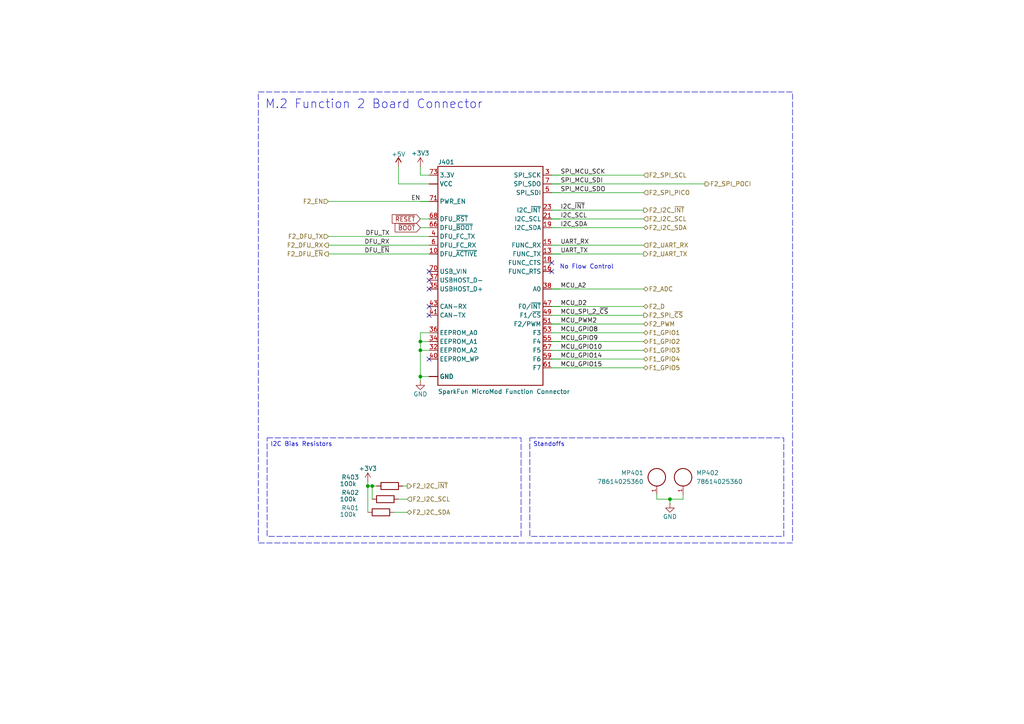
<source format=kicad_sch>
(kicad_sch (version 20231120) (generator "eeschema") (generator_version "8.0")
  (paper "A4")
  (title_block (title "bac MCU MicroMod Main Board Dual Function Single bacBus v1") (date "2025-02-12") (rev "1") (company "Build a CubeSat") (comment 1 "Manuel Imboden") (comment 2 "CC BY-SA 4.0") (comment 3 "https://buildacubesat.space"))
  (lib_symbols
    (symbol "Device:R" (pin_numbers hide) (pin_names (offset 0))
      (property "Reference" "R" (at 2.032 0 90))
      (property "Value" "R" (at 0 0 90))
      (symbol "R_0_1"
        (rectangle (start -1.016 -2.54) (end 1.016 2.54) (stroke (width 0.254)))
      )
      (symbol "R_1_1"
        (pin passive line (at 0 3.81 270) (length 1.27) (name "~") (number "1"))
        (pin passive line (at 0 -3.81 90) (length 1.27) (name "~") (number "2"))
      )
    )
    (symbol "SparkFun_Main_Board_Double_v22-eagle-import:VCC" (power)
      (symbol "VCC_1_0"
        (polyline (pts (xy 0 2.54) (xy -0.762 1.27)) (stroke (width 0.254)))
        (polyline (pts (xy 0.762 1.27) (xy 0 2.54)) (stroke (width 0.254)))
        (pin power_in line (at 0 0 90) (length 2.54) (name "VCC") (number "1"))
      )
    )
    (symbol "bac MicroMod Main Board v1:SparkFun MicroMod Function Connector"
      (symbol "SparkFun MicroMod Function Connector_1_0"
        (polyline (pts (xy -15.24 -35.56) (xy -15.24 27.94)) (stroke (width 0.254)))
        (polyline (pts (xy -15.24 27.94) (xy 15.24 27.94)) (stroke (width 0.254)))
        (polyline (pts (xy 15.24 -35.56) (xy -15.24 -35.56)) (stroke (width 0.254)))
        (polyline (pts (xy 15.24 27.94) (xy 15.24 -35.56)) (stroke (width 0.254)))
        (pin bidirectional line (at -17.78 -33.02 0) (length 2.54) (name "GND") (number "1"))
        (pin bidirectional line (at -17.78 2.54 0) (length 2.54) (name "DFU_~{ACTIVE}") (number "10"))
        (pin bidirectional line (at 17.78 2.54 180) (length 2.54) (name "FUNC_TX") (number "13"))
        (pin bidirectional line (at 17.78 5.08 180) (length 2.54) (name "FUNC_RX") (number "15"))
        (pin bidirectional line (at 17.78 -2.54 180) (length 2.54) (name "FUNC_RTS") (number "16"))
        (pin bidirectional line (at 17.78 0 180) (length 2.54) (name "FUNC_CTS") (number "18"))
        (pin bidirectional line (at 17.78 10.16 180) (length 2.54) (name "I2C_SDA") (number "19"))
        (pin bidirectional line (at -17.78 -33.02 0) (length 2.54) (name "GND") (number "2"))
        (pin bidirectional line (at 17.78 12.7 180) (length 2.54) (name "I2C_SCL") (number "21"))
        (pin bidirectional line (at 17.78 15.24 180) (length 2.54) (name "I2C_~{INT}") (number "23"))
        (pin bidirectional line (at 17.78 25.4 180) (length 2.54) (name "SPI_SCK") (number "3"))
        (pin bidirectional line (at -17.78 -25.4 0) (length 2.54) (name "EEPROM_A2") (number "32"))
        (pin bidirectional line (at -17.78 -33.02 0) (length 2.54) (name "GND") (number "33"))
        (pin bidirectional line (at -17.78 -22.86 0) (length 2.54) (name "EEPROM_A1") (number "34"))
        (pin bidirectional line (at -17.78 -7.62 0) (length 2.54) (name "USBHOST_D+") (number "35"))
        (pin bidirectional line (at -17.78 -20.32 0) (length 2.54) (name "EEPROM_A0") (number "36"))
        (pin bidirectional line (at -17.78 -5.08 0) (length 2.54) (name "USBHOST_D-") (number "37"))
        (pin bidirectional line (at 17.78 -7.62 180) (length 2.54) (name "A0") (number "38"))
        (pin bidirectional line (at -17.78 -33.02 0) (length 2.54) (name "GND") (number "39"))
        (pin bidirectional line (at -17.78 7.62 0) (length 2.54) (name "DFU_FC_TX") (number "4"))
        (pin bidirectional line (at -17.78 -27.94 0) (length 2.54) (name "EEPROM_WP") (number "40"))
        (pin bidirectional line (at -17.78 -15.24 0) (length 2.54) (name "CAN-TX") (number "41"))
        (pin bidirectional line (at -17.78 -12.7 0) (length 2.54) (name "CAN-RX") (number "43"))
        (pin bidirectional line (at -17.78 -33.02 0) (length 2.54) (name "GND") (number "45"))
        (pin bidirectional line (at 17.78 -12.7 180) (length 2.54) (name "F0/~{INT}") (number "47"))
        (pin bidirectional line (at 17.78 -15.24 180) (length 2.54) (name "F1/~{CS}") (number "49"))
        (pin bidirectional line (at 17.78 20.32 180) (length 2.54) (name "SPI_SDI") (number "5"))
        (pin bidirectional line (at 17.78 -17.78 180) (length 2.54) (name "F2/PWM") (number "51"))
        (pin bidirectional line (at 17.78 -20.32 180) (length 2.54) (name "F3") (number "53"))
        (pin bidirectional line (at 17.78 -22.86 180) (length 2.54) (name "F4") (number "55"))
        (pin bidirectional line (at 17.78 -25.4 180) (length 2.54) (name "F5") (number "57"))
        (pin bidirectional line (at 17.78 -27.94 180) (length 2.54) (name "F6") (number "59"))
        (pin bidirectional line (at -17.78 5.08 0) (length 2.54) (name "DFU_FC_RX") (number "6"))
        (pin bidirectional line (at 17.78 -30.48 180) (length 2.54) (name "F7") (number "61"))
        (pin bidirectional line (at -17.78 10.16 0) (length 2.54) (name "DFU_~{BOOT}") (number "66"))
        (pin bidirectional line (at -17.78 12.7 0) (length 2.54) (name "DFU_~{RST}") (number "68"))
        (pin bidirectional line (at 17.78 22.86 180) (length 2.54) (name "SPI_SDO") (number "7"))
        (pin bidirectional line (at -17.78 -2.54 0) (length 2.54) (name "USB_VIN") (number "70"))
        (pin bidirectional line (at -17.78 17.78 0) (length 2.54) (name "PWR_EN") (number "71"))
        (pin bidirectional line (at -17.78 22.86 0) (length 2.54) (name "VCC") (number "72"))
        (pin bidirectional line (at -17.78 25.4 0) (length 2.54) (name "3.3V") (number "73"))
        (pin bidirectional line (at -17.78 22.86 0) (length 2.54) (name "VCC") (number "74"))
        (pin bidirectional line (at -17.78 -33.02 0) (length 2.54) (name "GND") (number "75"))
        (pin bidirectional line (at -17.78 -33.02 0) (length 2.54) (name "GND") (number "8"))
      )
    )
    (symbol "bac MicroMod Main Board v1:WE 9774025243R" (pin_names (offset 1.016))
      (property "Reference" "MP" (at 0 3.556 0))
      (property "Value" "WE-9774025243R" (at -9.144 -4.826 0))
      (symbol "WE 9774025243R_0_0"
        (circle (center 0 0) (radius 2.54) (stroke (width 0.254)))
        (pin passive line (at -5.08 0 0) (length 2.54) (name "~") (number "1"))
      )
    )
    (symbol "power:+3.3V" (power) (pin_numbers hide) (pin_names (offset 0) hide)
      (property "Value" "+3.3V" (at 0 3.556 0))
      (symbol "+3.3V_0_1"
        (polyline (pts (xy -0.762 1.27) (xy 0 2.54)))
        (polyline (pts (xy 0 0) (xy 0 2.54)))
        (polyline (pts (xy 0 2.54) (xy 0.762 1.27)))
      )
      (symbol "+3.3V_1_1"
        (pin power_in line (at 0 0 90) (length 0) (name "~") (number "1"))
      )
    )
    (symbol "power:GND" (power) (pin_numbers hide) (pin_names (offset 0) hide)
      (property "Value" "GND" (at 0 -3.81 0))
      (symbol "GND_0_1"
        (polyline (pts (xy 0 0) (xy 0 -1.27) (xy 1.27 -1.27) (xy 0 -2.54) (xy -1.27 -1.27) (xy 0 -1.27)))
      )
      (symbol "GND_1_1"
        (pin power_in line (at 0 0 270) (length 0) (name "~") (number "1"))
      )
    )
  )
  (junction (at 121.92 99.06))
  (junction (at 194.31 144.78))
  (junction (at 107.95 140.97))
  (junction (at 121.92 101.6))
  (junction (at 121.92 109.22))
  (junction (at 106.68 140.97))
  (no_connect (at 124.46 81.28))
  (no_connect (at 124.46 104.14))
  (no_connect (at 124.46 88.9))
  (no_connect (at 160.02 76.2))
  (no_connect (at 160.02 78.74))
  (no_connect (at 124.46 83.82))
  (no_connect (at 124.46 91.44))
  (no_connect (at 124.46 78.74))
  (wire (pts (xy 160.02 91.44) (xy 186.69 91.44)))
  (wire (pts (xy 95.25 73.66) (xy 124.46 73.66)) (stroke (width 0.1524)))
  (wire (pts (xy 160.02 66.04) (xy 186.69 66.04)))
  (wire (pts (xy 160.02 83.82) (xy 186.69 83.82)))
  (wire (pts (xy 124.46 96.52) (xy 121.92 96.52)))
  (wire (pts (xy 121.92 96.52) (xy 121.92 99.06)))
  (wire (pts (xy 121.92 63.5) (xy 124.46 63.5)))
  (wire (pts (xy 106.68 139.7) (xy 106.68 140.97)))
  (wire (pts (xy 160.02 104.14) (xy 162.56 104.14)) (stroke (width 0.1524)))
  (wire (pts (xy 160.02 99.06) (xy 186.69 99.06)))
  (wire (pts (xy 160.02 91.44) (xy 162.56 91.44)) (stroke (width 0.1524)))
  (wire (pts (xy 160.02 63.5) (xy 162.56 63.5)) (stroke (width 0.1524)))
  (wire (pts (xy 160.02 50.8) (xy 162.56 50.8)) (stroke (width 0.1524)))
  (wire (pts (xy 160.02 104.14) (xy 186.69 104.14)))
  (wire (pts (xy 121.92 101.6) (xy 121.92 109.22)) (stroke (width 0.1524)))
  (wire (pts (xy 160.02 96.52) (xy 162.56 96.52)) (stroke (width 0.1524)))
  (wire (pts (xy 95.25 71.12) (xy 124.46 71.12)) (stroke (width 0.1524)))
  (wire (pts (xy 160.02 106.68) (xy 162.56 106.68)) (stroke (width 0.1524)))
  (wire (pts (xy 160.02 93.98) (xy 162.56 93.98)) (stroke (width 0.1524)))
  (wire (pts (xy 121.92 50.8) (xy 121.92 48.26)) (stroke (width 0.1524)))
  (wire (pts (xy 160.02 101.6) (xy 186.69 101.6)))
  (wire (pts (xy 121.92 109.22) (xy 121.92 110.49)) (stroke (width 0.1524)))
  (wire (pts (xy 115.57 53.34) (xy 115.57 48.26)) (stroke (width 0.1524)))
  (wire (pts (xy 118.11 148.59) (xy 114.3 148.59)))
  (wire (pts (xy 124.46 53.34) (xy 115.57 53.34)) (stroke (width 0.1524)))
  (wire (pts (xy 160.02 99.06) (xy 162.56 99.06)) (stroke (width 0.1524)))
  (wire (pts (xy 160.02 88.9) (xy 186.69 88.9)))
  (wire (pts (xy 160.02 50.8) (xy 186.69 50.8)))
  (wire (pts (xy 160.02 73.66) (xy 162.56 73.66)) (stroke (width 0.1524)))
  (wire (pts (xy 160.02 60.96) (xy 162.56 60.96)) (stroke (width 0.1524)))
  (wire (pts (xy 160.02 71.12) (xy 162.56 71.12)) (stroke (width 0.1524)))
  (wire (pts (xy 106.68 140.97) (xy 106.68 148.59)))
  (wire (pts (xy 190.5 144.78) (xy 194.31 144.78)))
  (wire (pts (xy 160.02 88.9) (xy 162.56 88.9)) (stroke (width 0.1524)))
  (wire (pts (xy 124.46 99.06) (xy 121.92 99.06)) (stroke (width 0.1524)))
  (wire (pts (xy 160.02 53.34) (xy 204.47 53.34)))
  (wire (pts (xy 121.92 101.6) (xy 121.92 99.06)) (stroke (width 0.1524)))
  (wire (pts (xy 160.02 73.66) (xy 186.69 73.66)))
  (wire (pts (xy 95.25 58.42) (xy 124.46 58.42)))
  (wire (pts (xy 107.95 140.97) (xy 107.95 144.78)))
  (wire (pts (xy 160.02 66.04) (xy 162.56 66.04)) (stroke (width 0.1524)))
  (wire (pts (xy 124.46 101.6) (xy 121.92 101.6)) (stroke (width 0.1524)))
  (wire (pts (xy 160.02 71.12) (xy 186.69 71.12)))
  (wire (pts (xy 95.25 68.58) (xy 124.46 68.58)) (stroke (width 0.1524)))
  (wire (pts (xy 107.95 140.97) (xy 109.22 140.97)))
  (wire (pts (xy 194.31 144.78) (xy 194.31 146.05)))
  (wire (pts (xy 198.12 143.51) (xy 198.12 144.78)))
  (wire (pts (xy 118.11 140.97) (xy 116.84 140.97)))
  (wire (pts (xy 106.68 140.97) (xy 107.95 140.97)))
  (wire (pts (xy 160.02 93.98) (xy 186.69 93.98)))
  (wire (pts (xy 124.46 58.42) (xy 121.92 58.42)) (stroke (width 0.1524)))
  (wire (pts (xy 124.46 50.8) (xy 121.92 50.8)) (stroke (width 0.1524)))
  (wire (pts (xy 160.02 55.88) (xy 162.56 55.88)) (stroke (width 0.1524)))
  (wire (pts (xy 160.02 83.82) (xy 162.56 83.82)) (stroke (width 0.1524)))
  (wire (pts (xy 190.5 143.51) (xy 190.5 144.78)))
  (wire (pts (xy 160.02 63.5) (xy 186.69 63.5)))
  (wire (pts (xy 160.02 106.68) (xy 186.69 106.68)))
  (wire (pts (xy 160.02 101.6) (xy 162.56 101.6)) (stroke (width 0.1524)))
  (wire (pts (xy 160.02 60.96) (xy 186.69 60.96)))
  (wire (pts (xy 121.92 66.04) (xy 124.46 66.04)))
  (wire (pts (xy 160.02 96.52) (xy 186.69 96.52)))
  (wire (pts (xy 124.46 109.22) (xy 121.92 109.22)) (stroke (width 0.1524)))
  (wire (pts (xy 160.02 55.88) (xy 186.69 55.88)))
  (wire (pts (xy 194.31 144.78) (xy 198.12 144.78)))
  (wire (pts (xy 118.11 144.78) (xy 115.57 144.78)))
  (wire (pts (xy 160.02 53.34) (xy 162.56 53.34)) (stroke (width 0.1524)))
  (text_box "M.2 Function 2 Board Connector" (at 74.93 26.67 0) (size 154.94 130.81) (stroke (width 0) (type dash)) (effects (font (size 2.54 2.54)) (justify left top)))
  (text_box "I2C Bias Resistors" (at 77.47 127 0) (size 73.66 28.575) (stroke (width 0) (type dash)) (effects (font (size 1.27 1.27)) (justify left top)))
  (text_box "Standoffs" (at 153.67 127 0) (size 73.66 28.575) (stroke (width 0) (type dash)) (effects (font (size 1.27 1.27)) (justify left top)))
  (text "No Flow Control" (at 170.18 77.47 0) (effects (font (size 1.27 1.27))))
  (label "SPI_MCU_SDI" (at 162.56 53.34 0))
  (label "MCU_GPIO8" (at 162.56 96.52 0) (effects (font (thickness 0.1588))))
  (label "MCU_GPIO10" (at 162.56 101.6 0) (effects (font (thickness 0.1588))))
  (label "UART_TX" (at 162.56 73.66 0))
  (label "MCU_GPIO9" (at 162.56 99.06 0) (effects (font (thickness 0.1588))))
  (label "DFU_~{EN}" (at 113.03 73.66 180))
  (label "UART_RX" (at 162.56 71.12 0))
  (label "I2C_SCL" (at 162.56 63.5 0))
  (label "SPI_MCU_SCK" (at 162.56 50.8 0))
  (label "MCU_A2" (at 162.56 83.82 0))
  (label "I2C_~{INT}" (at 162.56 60.96 0))
  (label "DFU_RX" (at 113.03 71.12 180))
  (label "I2C_SDA" (at 162.56 66.04 0))
  (label "MCU_SPI_2_~{CS}" (at 162.56 91.44 0) (effects (font (thickness 0.1588))))
  (label "DFU_TX" (at 113.03 68.58 180))
  (label "SPI_MCU_SDO" (at 162.56 55.88 0))
  (label "EN" (at 121.92 58.42 180))
  (label "MCU_PWM2" (at 162.56 93.98 0) (effects (font (thickness 0.1588))))
  (label "MCU_D2" (at 162.56 88.9 0) (effects (font (thickness 0.1588))))
  (label "MCU_GPIO14" (at 162.56 104.14 0) (effects (font (thickness 0.1588))))
  (label "MCU_GPIO15" (at 162.56 106.68 0) (effects (font (thickness 0.1588))))
  (global_label "~{BOOT}" (shape input) (at 121.92 66.04 180) (property "Intersheetrefs" "${INTERSHEET_REFS}" (effects (hide yes))))
  (global_label "~{RESET}" (shape input) (at 121.92 63.5 180) (property "Intersheetrefs" "${INTERSHEET_REFS}" (effects (hide yes))))
  (hierarchical_label "F1_GPIO4" (shape bidirectional) (at 186.69 104.14 0))
  (hierarchical_label "F1_GPIO2" (shape bidirectional) (at 186.69 99.06 0))
  (hierarchical_label "F2_SPI_SCL" (shape input) (at 186.69 50.8 0))
  (hierarchical_label "F2_SPI_~{CS}" (shape output) (at 186.69 91.44 0))
  (hierarchical_label "F2_DFU_TX" (shape input) (at 95.25 68.58 180))
  (hierarchical_label "F2_EN" (shape input) (at 95.25 58.42 180))
  (hierarchical_label "F2_I2C_SCL" (shape input) (at 186.69 63.5 0))
  (hierarchical_label "F2_ADC" (shape bidirectional) (at 186.69 83.82 0))
  (hierarchical_label "F2_SPI_POCI" (shape output) (at 204.47 53.34 0))
  (hierarchical_label "F2_I2C_~{INT}" (shape output) (at 186.69 60.96 0))
  (hierarchical_label "F2_UART_RX" (shape input) (at 186.69 71.12 0))
  (hierarchical_label "F2_DFU_~{EN}" (shape output) (at 95.25 73.66 180))
  (hierarchical_label "F2_UART_TX" (shape output) (at 186.69 73.66 0))
  (hierarchical_label "F1_GPIO3" (shape bidirectional) (at 186.69 101.6 0))
  (hierarchical_label "F2_I2C_SDA" (shape bidirectional) (at 118.11 148.59 0))
  (hierarchical_label "F2_DFU_RX" (shape output) (at 95.25 71.12 180))
  (hierarchical_label "F2_PWM" (shape bidirectional) (at 186.69 93.98 0))
  (hierarchical_label "F1_GPIO1" (shape bidirectional) (at 186.69 96.52 0))
  (hierarchical_label "F2_SPI_PICO" (shape input) (at 186.69 55.88 0))
  (hierarchical_label "F2_I2C_SDA" (shape bidirectional) (at 186.69 66.04 0))
  (hierarchical_label "F2_D" (shape bidirectional) (at 186.69 88.9 0))
  (hierarchical_label "F2_I2C_SCL" (shape input) (at 118.11 144.78 0))
  (hierarchical_label "F1_GPIO5" (shape bidirectional) (at 186.69 106.68 0))
  (hierarchical_label "F2_I2C_~{INT}" (shape output) (at 118.11 140.97 0))
  (symbol (lib_id "power:+3.3V") (at 121.92 48.26 0) (unit 1)
    (property "Reference" "#PWR0402" (effects (hide yes)))
    (property "Value" "+3V3" (at 121.92 44.45 0))
    (property "Description" "Power symbol creates a global label with name \"+3.3V\"" (effects (hide yes)))
  )
  (symbol (lib_id "Device:R") (at 113.03 140.97 270) (mirror x) (unit 1)
    (property "Reference" "R403" (at 101.6 138.43 90))
    (property "Value" "100k" (at 100.965 140.335 90))
    (property "Footprint" "bac MicroMod Main Board v1:bac-R-0603-100k" (effects (hide yes)))
    (property "Description" "Resistor" (effects (hide yes)))
    (property "Series" "E96" (effects (hide yes)))
  )
  (symbol (lib_id "Device:R") (at 111.76 144.78 270) (mirror x) (unit 1)
    (property "Reference" "R402" (at 101.6 142.875 90))
    (property "Value" "100k" (at 100.965 144.78 90))
    (property "Footprint" "bac MicroMod Main Board v1:bac-R-0603-100k" (effects (hide yes)))
    (property "Description" "Resistor" (effects (hide yes)))
    (property "Series" "E96" (effects (hide yes)))
  )
  (symbol (lib_id "power:+3.3V") (at 106.68 139.7 0) (unit 1)
    (property "Reference" "#PWR0401" (effects (hide yes)))
    (property "Value" "+3V3" (at 106.68 135.89 0))
    (property "Description" "Power symbol creates a global label with name \"+3.3V\"" (effects (hide yes)))
  )
  (symbol (lib_id "power:GND") (at 194.31 146.05 0) (unit 1)
    (property "Reference" "#PWR0404" (effects (hide yes)))
    (property "Value" "GND" (at 194.31 149.86 0))
    (property "Description" "Power symbol creates a global label with name \"GND\" , ground" (effects (hide yes)))
  )
  (symbol (lib_id "bac MicroMod Main Board v1:SparkFun MicroMod Function Connector") (at 142.24 76.2 0) (unit 1)
    (property "Reference" "J401" (at 127 47.752 0) (effects (justify left bottom)))
    (property "Value" "SparkFun MicroMod Function Connector" (at 127 114.3 0) (effects (justify left bottom)))
    (property "Footprint" "bac MicroMod Main Board v1:bac-M.2-Key-E-MicroMod-Function" (effects (hide yes)))
    (property "Description" "MicroMod Connector\n\nDescription: A card edge connector and mating PCB connector to allow various MicroMod Processor Boards to be coupled with various carrier boards of different capabilities. Based on the M.2 standard." (effects (hide yes)))
  )
  (symbol (lib_id "bac MicroMod Main Board v1:WE 9774025243R") (at 198.12 138.43 90) (unit 1)
    (property "Reference" "MP402" (at 201.93 137.1599 90) (effects (justify right)))
    (property "Value" "78614025360" (at 201.93 139.6999 90) (effects (justify right)))
    (property "Footprint" "bac MicroMod Main Board v1:WE-9774025243R" (effects (hide yes)))
    (property "Datasheet" "https://www.we-online.com/components/products/datasheet/9774025243R.pdf" (effects (hide yes)))
    (property "Description" "Round Spacer Threaded M2.5 Steel 0.098\" (2.50mm)" (effects (hide yes)))
    (property "OD" "4.35mm" (effects (hide yes)))
    (property "ID" "2.8mm" (effects (hide yes)))
    (property "Height" "2.5mm" (effects (hide yes)))
    (property "Thread" "M3" (effects (hide yes)))
    (property "THREAD" "M2.5" (effects (hide yes)))
    (property "LENGTH" "2.5mm" (effects (hide yes)))
  )
  (symbol (lib_id "SparkFun_Main_Board_Double_v22-eagle-import:VCC") (at 115.57 48.26 0) (unit 1)
    (property "Reference" "#SUPPLY0401" (effects (hide yes)))
    (property "Value" "+5V" (at 115.57 45.466 0) (effects (justify bottom)))
  )
  (symbol (lib_id "power:GND") (at 121.92 110.49 0) (unit 1)
    (property "Reference" "#PWR0403" (effects (hide yes)))
    (property "Value" "GND" (at 121.92 114.3 0))
    (property "Description" "Power symbol creates a global label with name \"GND\" , ground" (effects (hide yes)))
  )
  (symbol (lib_id "Device:R") (at 110.49 148.59 270) (mirror x) (unit 1)
    (property "Reference" "R401" (at 101.6 147.32 90))
    (property "Value" "100k" (at 100.965 149.225 90))
    (property "Footprint" "bac MicroMod Main Board v1:bac-R-0603-100k" (effects (hide yes)))
    (property "Description" "Resistor" (effects (hide yes)))
    (property "Series" "E96" (effects (hide yes)))
  )
  (symbol (lib_id "bac MicroMod Main Board v1:WE 9774025243R") (at 190.5 138.43 270) (mirror x) (unit 1)
    (property "Reference" "MP401" (at 186.69 137.1599 90) (effects (justify right)))
    (property "Value" "78614025360" (at 186.69 139.6999 90) (effects (justify right)))
    (property "Footprint" "bac MicroMod Main Board v1:WE-9774025243R" (effects (hide yes)))
    (property "Datasheet" "https://www.we-online.com/components/products/datasheet/9774025243R.pdf" (effects (hide yes)))
    (property "Description" "Round Spacer Threaded M2.5 Steel 0.098\" (2.50mm)" (effects (hide yes)))
    (property "OD" "4.35mm" (effects (hide yes)))
    (property "ID" "2.8mm" (effects (hide yes)))
    (property "Height" "2.5mm" (effects (hide yes)))
    (property "Thread" "M3" (effects (hide yes)))
    (property "THREAD" "M2.5" (effects (hide yes)))
    (property "LENGTH" "2.5mm" (effects (hide yes)))
  )
)
</source>
